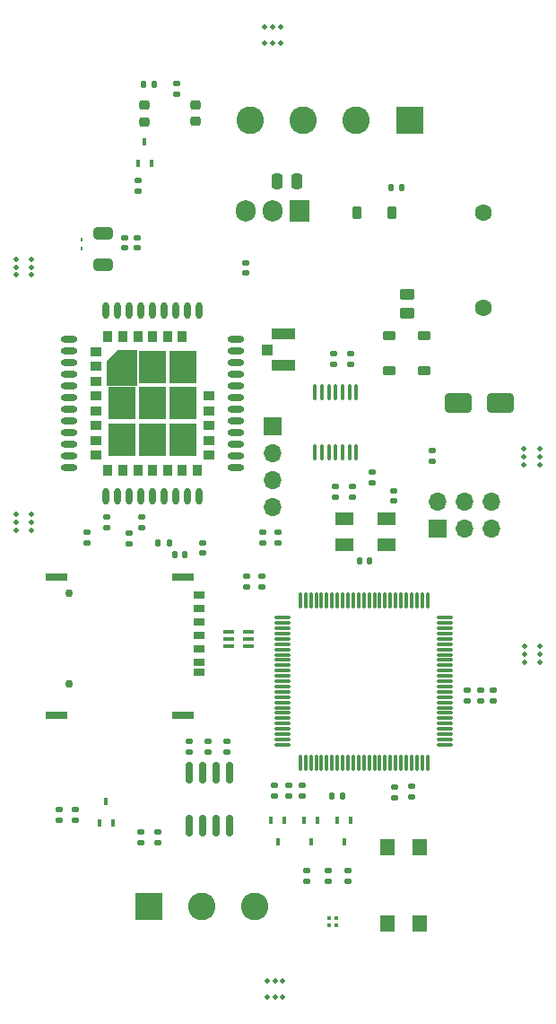
<source format=gbr>
%TF.GenerationSoftware,KiCad,Pcbnew,7.0.1*%
%TF.CreationDate,2023-05-17T13:30:03+02:00*%
%TF.ProjectId,Modbus_master,4d6f6462-7573-45f6-9d61-737465722e6b,rev?*%
%TF.SameCoordinates,Original*%
%TF.FileFunction,Soldermask,Top*%
%TF.FilePolarity,Negative*%
%FSLAX46Y46*%
G04 Gerber Fmt 4.6, Leading zero omitted, Abs format (unit mm)*
G04 Created by KiCad (PCBNEW 7.0.1) date 2023-05-17 13:30:03*
%MOMM*%
%LPD*%
G01*
G04 APERTURE LIST*
G04 Aperture macros list*
%AMRoundRect*
0 Rectangle with rounded corners*
0 $1 Rounding radius*
0 $2 $3 $4 $5 $6 $7 $8 $9 X,Y pos of 4 corners*
0 Add a 4 corners polygon primitive as box body*
4,1,4,$2,$3,$4,$5,$6,$7,$8,$9,$2,$3,0*
0 Add four circle primitives for the rounded corners*
1,1,$1+$1,$2,$3*
1,1,$1+$1,$4,$5*
1,1,$1+$1,$6,$7*
1,1,$1+$1,$8,$9*
0 Add four rect primitives between the rounded corners*
20,1,$1+$1,$2,$3,$4,$5,0*
20,1,$1+$1,$4,$5,$6,$7,0*
20,1,$1+$1,$6,$7,$8,$9,0*
20,1,$1+$1,$8,$9,$2,$3,0*%
G04 Aperture macros list end*
%ADD10C,0.010000*%
%ADD11RoundRect,0.140000X0.170000X-0.140000X0.170000X0.140000X-0.170000X0.140000X-0.170000X-0.140000X0*%
%ADD12R,1.700000X1.700000*%
%ADD13O,1.700000X1.700000*%
%ADD14RoundRect,0.225000X0.375000X-0.225000X0.375000X0.225000X-0.375000X0.225000X-0.375000X-0.225000X0*%
%ADD15RoundRect,0.135000X0.185000X-0.135000X0.185000X0.135000X-0.185000X0.135000X-0.185000X-0.135000X0*%
%ADD16RoundRect,0.250000X0.250000X0.475000X-0.250000X0.475000X-0.250000X-0.475000X0.250000X-0.475000X0*%
%ADD17RoundRect,0.140000X-0.170000X0.140000X-0.170000X-0.140000X0.170000X-0.140000X0.170000X0.140000X0*%
%ADD18C,0.750000*%
%ADD19R,1.140000X0.800000*%
%ADD20R,2.100000X0.700000*%
%ADD21R,0.450000X0.700000*%
%ADD22RoundRect,0.135000X-0.185000X0.135000X-0.185000X-0.135000X0.185000X-0.135000X0.185000X0.135000X0*%
%ADD23C,0.500000*%
%ADD24O,1.600000X0.600000*%
%ADD25O,0.600000X1.600000*%
%ADD26R,1.100000X0.900000*%
%ADD27R,0.900000X1.100000*%
%ADD28R,2.600000X3.100000*%
%ADD29RoundRect,0.250000X-0.650000X0.325000X-0.650000X-0.325000X0.650000X-0.325000X0.650000X0.325000X0*%
%ADD30RoundRect,0.135000X-0.135000X-0.185000X0.135000X-0.185000X0.135000X0.185000X-0.135000X0.185000X0*%
%ADD31RoundRect,0.062500X0.062500X-0.117500X0.062500X0.117500X-0.062500X0.117500X-0.062500X-0.117500X0*%
%ADD32RoundRect,0.075000X0.662500X0.075000X-0.662500X0.075000X-0.662500X-0.075000X0.662500X-0.075000X0*%
%ADD33RoundRect,0.075000X0.075000X0.662500X-0.075000X0.662500X-0.075000X-0.662500X0.075000X-0.662500X0*%
%ADD34RoundRect,0.225000X-0.225000X-0.375000X0.225000X-0.375000X0.225000X0.375000X-0.225000X0.375000X0*%
%ADD35R,1.400000X1.600000*%
%ADD36RoundRect,0.218750X0.256250X-0.218750X0.256250X0.218750X-0.256250X0.218750X-0.256250X-0.218750X0*%
%ADD37C,1.600000*%
%ADD38R,2.600000X2.600000*%
%ADD39C,2.600000*%
%ADD40R,1.800000X1.200000*%
%ADD41RoundRect,0.140000X0.140000X0.170000X-0.140000X0.170000X-0.140000X-0.170000X0.140000X-0.170000X0*%
%ADD42RoundRect,0.135000X0.135000X0.185000X-0.135000X0.185000X-0.135000X-0.185000X0.135000X-0.185000X0*%
%ADD43RoundRect,0.250000X-1.000000X-0.650000X1.000000X-0.650000X1.000000X0.650000X-1.000000X0.650000X0*%
%ADD44R,1.000000X0.350000*%
%ADD45R,1.050000X1.000000*%
%ADD46R,2.200000X1.050000*%
%ADD47RoundRect,0.250000X0.450000X-0.262500X0.450000X0.262500X-0.450000X0.262500X-0.450000X-0.262500X0*%
%ADD48RoundRect,0.150000X-0.150000X0.825000X-0.150000X-0.825000X0.150000X-0.825000X0.150000X0.825000X0*%
%ADD49R,0.320000X0.320000*%
%ADD50RoundRect,0.100000X-0.100000X0.637500X-0.100000X-0.637500X0.100000X-0.637500X0.100000X0.637500X0*%
%ADD51R,1.905000X2.000000*%
%ADD52O,1.905000X2.000000*%
%ADD53RoundRect,0.140000X-0.140000X-0.170000X0.140000X-0.170000X0.140000X0.170000X-0.140000X0.170000X0*%
G04 APERTURE END LIST*
%TO.C,U4*%
D10*
X119210000Y-85130000D02*
X116410000Y-85130000D01*
X116410000Y-82860000D01*
X117440000Y-81830000D01*
X119210000Y-81830000D01*
X119210000Y-85130000D01*
G36*
X119210000Y-85130000D02*
G01*
X116410000Y-85130000D01*
X116410000Y-82860000D01*
X117440000Y-81830000D01*
X119210000Y-81830000D01*
X119210000Y-85130000D01*
G37*
%TD*%
D11*
%TO.C,C6*%
X152860000Y-114910000D03*
X152860000Y-113950000D03*
%TD*%
D12*
%TO.C,J5*%
X147630000Y-98700000D03*
D13*
X147630000Y-96160000D03*
X150170000Y-98700000D03*
X150170000Y-96160000D03*
X152710000Y-98700000D03*
X152710000Y-96160000D03*
%TD*%
D14*
%TO.C,D5*%
X143060000Y-83780000D03*
X143060000Y-80480000D03*
%TD*%
D15*
%TO.C,R27*%
X139560000Y-95750000D03*
X139560000Y-94730000D03*
%TD*%
D16*
%TO.C,C10*%
X134375000Y-65925000D03*
X132475000Y-65925000D03*
%TD*%
D17*
%TO.C,C12*%
X129475000Y-73645000D03*
X129475000Y-74605000D03*
%TD*%
D18*
%TO.C,J2*%
X112870000Y-104800000D03*
X112870000Y-113300000D03*
D19*
X125100000Y-110050000D03*
X125100000Y-107510000D03*
X125100000Y-104970000D03*
X125100000Y-111320000D03*
X125100000Y-108780000D03*
X125100000Y-106240000D03*
X125100000Y-112270000D03*
D20*
X123620000Y-103300000D03*
X111620000Y-103300000D03*
X111620000Y-116300000D03*
X123620000Y-116300000D03*
%TD*%
D21*
%TO.C,Q1*%
X133180000Y-126220000D03*
X131880000Y-126220000D03*
X132530000Y-128220000D03*
%TD*%
D15*
%TO.C,R4*%
X119660000Y-98640000D03*
X119660000Y-97620000D03*
%TD*%
D17*
%TO.C,C3*%
X114560000Y-99050000D03*
X114560000Y-100010000D03*
%TD*%
D22*
%TO.C,R6*%
X143570000Y-123040000D03*
X143570000Y-124060000D03*
%TD*%
D23*
%TO.C,mouse-bite-2mm-slot*%
X155810000Y-111290000D03*
X157310000Y-111290000D03*
X155810000Y-110540000D03*
X157310000Y-110540000D03*
X155810000Y-109790000D03*
X157310000Y-109790000D03*
%TD*%
D22*
%TO.C,R11*%
X132250000Y-122940000D03*
X132250000Y-123960000D03*
%TD*%
D24*
%TO.C,U4*%
X112860000Y-80830000D03*
X112860000Y-81930000D03*
X112860000Y-83030000D03*
X112860000Y-84130000D03*
X112860000Y-85230000D03*
X112860000Y-86330000D03*
X112860000Y-87430000D03*
X112860000Y-88530000D03*
X112860000Y-89630000D03*
X112860000Y-90730000D03*
X112860000Y-91830000D03*
X112860000Y-92930000D03*
D25*
X116310000Y-95680000D03*
X117410000Y-95680000D03*
X118510000Y-95680000D03*
X119610000Y-95680000D03*
X120710000Y-95680000D03*
X121810000Y-95680000D03*
X122910000Y-95680000D03*
X124010000Y-95680000D03*
X125110000Y-95680000D03*
D24*
X128560000Y-92930000D03*
X128560000Y-91830000D03*
X128560000Y-90730000D03*
X128560000Y-89630000D03*
X128560000Y-88530000D03*
X128560000Y-87430000D03*
X128560000Y-86330000D03*
X128560000Y-85230000D03*
X128560000Y-84130000D03*
X128560000Y-83030000D03*
X128560000Y-81930000D03*
X128560000Y-80830000D03*
D25*
X125110000Y-78080000D03*
X124010000Y-78080000D03*
X122910000Y-78080000D03*
X121810000Y-78080000D03*
X120710000Y-78080000D03*
X119610000Y-78080000D03*
X118510000Y-78080000D03*
X117410000Y-78080000D03*
X116310000Y-78080000D03*
D26*
X115360000Y-81980000D03*
X115360000Y-83380000D03*
X115360000Y-84780000D03*
X115360000Y-86180000D03*
X115360000Y-87580000D03*
X115360000Y-88980000D03*
X115360000Y-90380000D03*
X115360000Y-91780000D03*
D27*
X116510000Y-93180000D03*
X117910000Y-93180000D03*
X119310000Y-93180000D03*
X120710000Y-93180000D03*
X122110000Y-93180000D03*
X123510000Y-93180000D03*
X124910000Y-93180000D03*
D26*
X126060000Y-91780000D03*
X126060000Y-90380000D03*
X126060000Y-88980000D03*
X126060000Y-87580000D03*
X126060000Y-86180000D03*
D27*
X123510000Y-80580000D03*
X122110000Y-80580000D03*
X120710000Y-80580000D03*
X119310000Y-80580000D03*
X117910000Y-80580000D03*
X116510000Y-80580000D03*
D28*
X117810000Y-86880000D03*
X117810000Y-90280000D03*
X120710000Y-90280000D03*
X123610000Y-90280000D03*
X123610000Y-86880000D03*
X123610000Y-83480000D03*
X120710000Y-83480000D03*
X120710000Y-86880000D03*
%TD*%
D23*
%TO.C,mouse-bite-2mm-slot*%
X107810000Y-98880000D03*
X109310000Y-98880000D03*
X107810000Y-98130000D03*
X109310000Y-98130000D03*
X107810000Y-97380000D03*
X109310000Y-97380000D03*
%TD*%
%TO.C,mouse-bite-2mm-slot*%
X132810000Y-52880000D03*
X132810000Y-51380000D03*
X132060000Y-52880000D03*
X132060000Y-51380000D03*
X131310000Y-52880000D03*
X131310000Y-51380000D03*
%TD*%
D22*
%TO.C,R21*%
X139385000Y-82182500D03*
X139385000Y-83202500D03*
%TD*%
D15*
%TO.C,R2*%
X116360000Y-98640000D03*
X116360000Y-97620000D03*
%TD*%
%TO.C,R32*%
X131132500Y-100090000D03*
X131132500Y-99070000D03*
%TD*%
D29*
%TO.C,C16*%
X116060000Y-70855000D03*
X116060000Y-73805000D03*
%TD*%
D15*
%TO.C,R7*%
X125950000Y-119760000D03*
X125950000Y-118740000D03*
%TD*%
D30*
%TO.C,R25*%
X119862500Y-56742500D03*
X120882500Y-56742500D03*
%TD*%
D22*
%TO.C,R24*%
X141460000Y-93320000D03*
X141460000Y-94340000D03*
%TD*%
D15*
%TO.C,R10*%
X127700000Y-119770000D03*
X127700000Y-118750000D03*
%TD*%
D31*
%TO.C,D9*%
X113990000Y-71420000D03*
X113990000Y-72260000D03*
%TD*%
D17*
%TO.C,C4*%
X118460000Y-99150000D03*
X118460000Y-100110000D03*
%TD*%
D32*
%TO.C,U1*%
X148322500Y-119092500D03*
X148322500Y-118592500D03*
X148322500Y-118092500D03*
X148322500Y-117592500D03*
X148322500Y-117092500D03*
X148322500Y-116592500D03*
X148322500Y-116092500D03*
X148322500Y-115592500D03*
X148322500Y-115092500D03*
X148322500Y-114592500D03*
X148322500Y-114092500D03*
X148322500Y-113592500D03*
X148322500Y-113092500D03*
X148322500Y-112592500D03*
X148322500Y-112092500D03*
X148322500Y-111592500D03*
X148322500Y-111092500D03*
X148322500Y-110592500D03*
X148322500Y-110092500D03*
X148322500Y-109592500D03*
X148322500Y-109092500D03*
X148322500Y-108592500D03*
X148322500Y-108092500D03*
X148322500Y-107592500D03*
X148322500Y-107092500D03*
D33*
X146660000Y-105430000D03*
X146160000Y-105430000D03*
X145660000Y-105430000D03*
X145160000Y-105430000D03*
X144660000Y-105430000D03*
X144160000Y-105430000D03*
X143660000Y-105430000D03*
X143160000Y-105430000D03*
X142660000Y-105430000D03*
X142160000Y-105430000D03*
X141660000Y-105430000D03*
X141160000Y-105430000D03*
X140660000Y-105430000D03*
X140160000Y-105430000D03*
X139660000Y-105430000D03*
X139160000Y-105430000D03*
X138660000Y-105430000D03*
X138160000Y-105430000D03*
X137660000Y-105430000D03*
X137160000Y-105430000D03*
X136660000Y-105430000D03*
X136160000Y-105430000D03*
X135660000Y-105430000D03*
X135160000Y-105430000D03*
X134660000Y-105430000D03*
D32*
X132997500Y-107092500D03*
X132997500Y-107592500D03*
X132997500Y-108092500D03*
X132997500Y-108592500D03*
X132997500Y-109092500D03*
X132997500Y-109592500D03*
X132997500Y-110092500D03*
X132997500Y-110592500D03*
X132997500Y-111092500D03*
X132997500Y-111592500D03*
X132997500Y-112092500D03*
X132997500Y-112592500D03*
X132997500Y-113092500D03*
X132997500Y-113592500D03*
X132997500Y-114092500D03*
X132997500Y-114592500D03*
X132997500Y-115092500D03*
X132997500Y-115592500D03*
X132997500Y-116092500D03*
X132997500Y-116592500D03*
X132997500Y-117092500D03*
X132997500Y-117592500D03*
X132997500Y-118092500D03*
X132997500Y-118592500D03*
X132997500Y-119092500D03*
D33*
X134660000Y-120755000D03*
X135160000Y-120755000D03*
X135660000Y-120755000D03*
X136160000Y-120755000D03*
X136660000Y-120755000D03*
X137160000Y-120755000D03*
X137660000Y-120755000D03*
X138160000Y-120755000D03*
X138660000Y-120755000D03*
X139160000Y-120755000D03*
X139660000Y-120755000D03*
X140160000Y-120755000D03*
X140660000Y-120755000D03*
X141160000Y-120755000D03*
X141660000Y-120755000D03*
X142160000Y-120755000D03*
X142660000Y-120755000D03*
X143160000Y-120755000D03*
X143660000Y-120755000D03*
X144160000Y-120755000D03*
X144660000Y-120755000D03*
X145160000Y-120755000D03*
X145660000Y-120755000D03*
X146160000Y-120755000D03*
X146660000Y-120755000D03*
%TD*%
D34*
%TO.C,D2*%
X139975000Y-68925000D03*
X143275000Y-68925000D03*
%TD*%
D21*
%TO.C,Q5*%
X115675000Y-126425000D03*
X116975000Y-126425000D03*
X116325000Y-124425000D03*
%TD*%
D35*
%TO.C,SW1*%
X142910000Y-128740000D03*
X142910000Y-135940000D03*
X145910000Y-128740000D03*
X145910000Y-135940000D03*
%TD*%
D15*
%TO.C,R30*%
X113425000Y-126235000D03*
X113425000Y-125215000D03*
%TD*%
D17*
%TO.C,C15*%
X118060000Y-71250000D03*
X118060000Y-72210000D03*
%TD*%
D22*
%TO.C,R18*%
X134860000Y-122920000D03*
X134860000Y-123940000D03*
%TD*%
D15*
%TO.C,R20*%
X122982500Y-57687500D03*
X122982500Y-56667500D03*
%TD*%
D22*
%TO.C,R8*%
X145160000Y-123020000D03*
X145160000Y-124040000D03*
%TD*%
D11*
%TO.C,C9*%
X150460000Y-114910000D03*
X150460000Y-113950000D03*
%TD*%
D36*
%TO.C,D10*%
X119960000Y-60317500D03*
X119960000Y-58742500D03*
%TD*%
D11*
%TO.C,C8*%
X151660000Y-114910000D03*
X151660000Y-113950000D03*
%TD*%
D36*
%TO.C,D7*%
X124790000Y-60267500D03*
X124790000Y-58692500D03*
%TD*%
D37*
%TO.C,C13*%
X151940000Y-77860000D03*
X151940000Y-68860000D03*
%TD*%
D38*
%TO.C,J1*%
X120360000Y-134330000D03*
D39*
X125360000Y-134330000D03*
X130360000Y-134330000D03*
%TD*%
D15*
%TO.C,R26*%
X137960000Y-95750000D03*
X137960000Y-94730000D03*
%TD*%
D40*
%TO.C,Y1*%
X138797500Y-100180000D03*
X142797500Y-100180000D03*
X142797500Y-97780000D03*
X138797500Y-97780000D03*
%TD*%
D41*
%TO.C,C1*%
X141220000Y-101730000D03*
X140260000Y-101730000D03*
%TD*%
D42*
%TO.C,R3*%
X122270000Y-100030000D03*
X121250000Y-100030000D03*
%TD*%
D23*
%TO.C,mouse-bite-2mm-slot*%
X107810000Y-74770000D03*
X109310000Y-74770000D03*
X107810000Y-74020000D03*
X109310000Y-74020000D03*
X107810000Y-73270000D03*
X109310000Y-73270000D03*
%TD*%
D22*
%TO.C,R16*%
X137260000Y-130920000D03*
X137260000Y-131940000D03*
%TD*%
D43*
%TO.C,D8*%
X149560000Y-86830000D03*
X153560000Y-86830000D03*
%TD*%
D23*
%TO.C,mouse-bite-2mm-slot*%
X133010000Y-142880000D03*
X133010000Y-141380000D03*
X132260000Y-142880000D03*
X132260000Y-141380000D03*
X131510000Y-142880000D03*
X131510000Y-141380000D03*
%TD*%
D44*
%TO.C,D1*%
X129780000Y-109770000D03*
X129780000Y-109120000D03*
X129780000Y-108470000D03*
X127880000Y-108470000D03*
X127880000Y-109120000D03*
X127880000Y-109770000D03*
%TD*%
D15*
%TO.C,R23*%
X119330000Y-66900000D03*
X119330000Y-65880000D03*
%TD*%
D21*
%TO.C,Q2*%
X136310000Y-126230000D03*
X135010000Y-126230000D03*
X135660000Y-128230000D03*
%TD*%
%TO.C,Q4*%
X119310000Y-64230000D03*
X120610000Y-64230000D03*
X119960000Y-62230000D03*
%TD*%
D14*
%TO.C,D6*%
X146330000Y-83770000D03*
X146330000Y-80470000D03*
%TD*%
D45*
%TO.C,J3*%
X131510000Y-81830000D03*
D46*
X133035000Y-80355000D03*
X133035000Y-83305000D03*
%TD*%
D21*
%TO.C,Q3*%
X139450000Y-126220000D03*
X138150000Y-126220000D03*
X138800000Y-128220000D03*
%TD*%
D47*
%TO.C,R19*%
X144790000Y-78402500D03*
X144790000Y-76577500D03*
%TD*%
D15*
%TO.C,R5*%
X124175000Y-119760000D03*
X124175000Y-118740000D03*
%TD*%
D22*
%TO.C,R13*%
X129630000Y-103210000D03*
X129630000Y-104230000D03*
%TD*%
D48*
%TO.C,U2*%
X127965000Y-121755000D03*
X126695000Y-121755000D03*
X125425000Y-121755000D03*
X124155000Y-121755000D03*
X124155000Y-126705000D03*
X125425000Y-126705000D03*
X126695000Y-126705000D03*
X127965000Y-126705000D03*
%TD*%
D15*
%TO.C,R31*%
X119575000Y-128360000D03*
X119575000Y-127340000D03*
%TD*%
D12*
%TO.C,J6*%
X132075000Y-89005000D03*
D13*
X132075000Y-91545000D03*
X132075000Y-94085000D03*
X132075000Y-96625000D03*
%TD*%
D22*
%TO.C,R15*%
X135260000Y-130920000D03*
X135260000Y-131940000D03*
%TD*%
D15*
%TO.C,R12*%
X131070000Y-104220000D03*
X131070000Y-103200000D03*
%TD*%
D49*
%TO.C,D3*%
X138060000Y-136130000D03*
X138060000Y-135470000D03*
X137400000Y-135470000D03*
X137400000Y-136130000D03*
%TD*%
D50*
%TO.C,U5*%
X139960000Y-85807500D03*
X139310000Y-85807500D03*
X138660000Y-85807500D03*
X138010000Y-85807500D03*
X137360000Y-85807500D03*
X136710000Y-85807500D03*
X136060000Y-85807500D03*
X136060000Y-91532500D03*
X136710000Y-91532500D03*
X137360000Y-91532500D03*
X138010000Y-91532500D03*
X138660000Y-91532500D03*
X139310000Y-91532500D03*
X139960000Y-91532500D03*
%TD*%
D30*
%TO.C,R9*%
X137650000Y-123950000D03*
X138670000Y-123950000D03*
%TD*%
D22*
%TO.C,R22*%
X137785000Y-82182500D03*
X137785000Y-83202500D03*
%TD*%
D17*
%TO.C,C2*%
X143460000Y-95150000D03*
X143460000Y-96110000D03*
%TD*%
D22*
%TO.C,R14*%
X133560000Y-122920000D03*
X133560000Y-123940000D03*
%TD*%
D51*
%TO.C,U3*%
X134550000Y-68725000D03*
D52*
X132010000Y-68725000D03*
X129470000Y-68725000D03*
%TD*%
D38*
%TO.C,J4*%
X144960000Y-60130000D03*
D39*
X139960000Y-60130000D03*
X134960000Y-60130000D03*
X129960000Y-60130000D03*
%TD*%
D53*
%TO.C,C11*%
X143250000Y-66510000D03*
X144210000Y-66510000D03*
%TD*%
D22*
%TO.C,R1*%
X147110000Y-91340000D03*
X147110000Y-92360000D03*
%TD*%
D53*
%TO.C,C5*%
X122780000Y-101130000D03*
X123740000Y-101130000D03*
%TD*%
D22*
%TO.C,R28*%
X111875000Y-125190000D03*
X111875000Y-126210000D03*
%TD*%
D15*
%TO.C,R29*%
X121250000Y-128360000D03*
X121250000Y-127340000D03*
%TD*%
D23*
%TO.C,mouse-bite-2mm-slot*%
X155790000Y-92660000D03*
X157290000Y-92660000D03*
X155790000Y-91910000D03*
X157290000Y-91910000D03*
X155790000Y-91160000D03*
X157290000Y-91160000D03*
%TD*%
D15*
%TO.C,R33*%
X132542500Y-100085000D03*
X132542500Y-99065000D03*
%TD*%
D17*
%TO.C,C7*%
X125460000Y-100030000D03*
X125460000Y-100990000D03*
%TD*%
D15*
%TO.C,R17*%
X139160000Y-131940000D03*
X139160000Y-130920000D03*
%TD*%
D17*
%TO.C,C14*%
X119260000Y-71250000D03*
X119260000Y-72210000D03*
%TD*%
M02*

</source>
